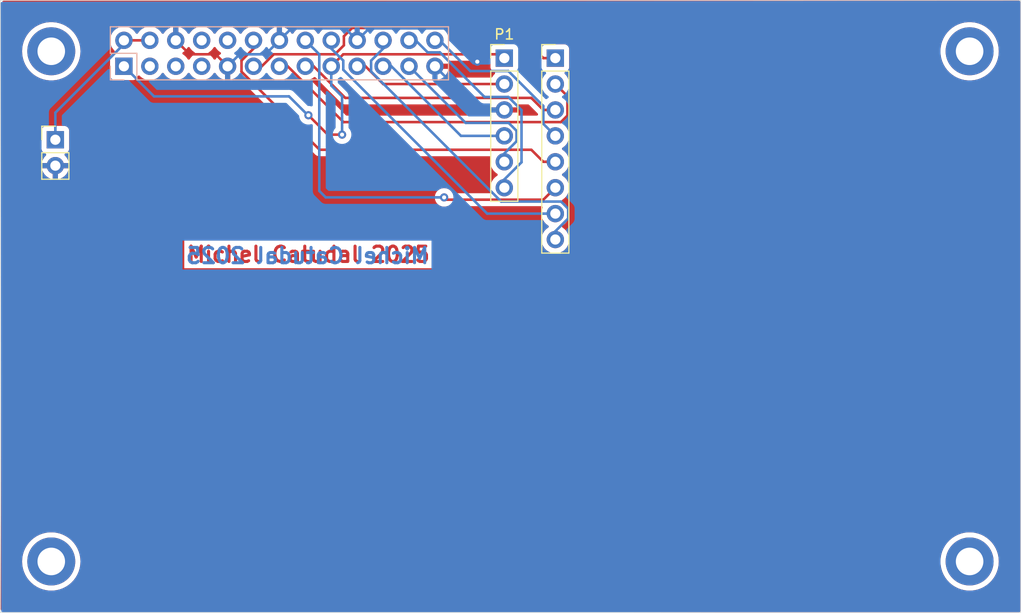
<source format=kicad_pcb>
(kicad_pcb (version 20240108) (generator "pcbnew") (generator_version "8.0")
  (title_block (date "2025-01-12"))
  (layers (0 "F.Cu" signal) (31 "B.Cu" signal) (34 "B.Paste" user) (35 "F.Paste" user) (36 "B.SilkS" user "B.Silkscreen") (37 "F.SilkS" user "F.Silkscreen") (38 "B.Mask" user) (39 "F.Mask" user) (44 "Edge.Cuts" user))
  (net 0 "")
  (net 1 "GND")
  (net 2 "+5V")
  (net 3 "+3.3V")
  (net 4 "/LCD_CS")
  (net 5 "Net-(P1-Pin_5)")
  (net 6 "/MOSI")
  (net 7 "/MISO")
  (net 8 "/KEY3")
  (net 9 "/KEY2")
  (net 10 "Net-(P2-Pin_8)")
  (net 11 "/TP_CS")
  (net 12 "/RST")
  (net 13 "/TP_IRQ")
  (net 14 "/LCD_RS")
  (net 15 "/KEY1")
  (footprint "MountingHole:MountingHole_2.7mm_M2.5_DIN965_Pad" (layer "F.Cu") (at 30 45)
    (property "Reference" "H1" (hide yes))
    (property "Value" "MountingHole" (hide yes))
    (pad "1" thru_hole circle (at 0 0) (size 4.7 4.7) (drill 2.7) (layers "*.Cu" "*.Mask"))
  )
  (footprint "MountingHole:MountingHole_2.7mm_M2.5_DIN965_Pad" (layer "F.Cu") (at 120 45)
    (property "Reference" "H2" (hide yes))
    (property "Value" "MountingHole" (hide yes))
    (pad "1" thru_hole circle (at 0 0) (size 4.7 4.7) (drill 2.7) (layers "*.Cu" "*.Mask"))
  )
  (footprint "MountingHole:MountingHole_2.7mm_M2.5_DIN965_Pad" (layer "F.Cu") (at 30 95)
    (property "Reference" "H3" (hide yes))
    (property "Value" "MountingHole" (hide yes))
    (pad "1" thru_hole circle (at 0 0) (size 4.7 4.7) (drill 2.7) (layers "*.Cu" "*.Mask"))
  )
  (footprint "MountingHole:MountingHole_2.7mm_M2.5_DIN965_Pad" (layer "F.Cu") (at 120 95)
    (property "Reference" "H4" (hide yes))
    (property "Value" "MountingHole" (hide yes))
    (pad "1" thru_hole circle (at 0 0) (size 4.7 4.7) (drill 2.7) (layers "*.Cu" "*.Mask"))
  )
  (footprint "Connector_PinHeader_2.54mm:PinHeader_1x06_P2.54mm_Vertical" (layer "F.Cu") (at 74.4 45.67)
    (property "Reference" "P1" (at 0 -2.33 0) (layer "F.SilkS"))
    (property "Value" "SPI Port")
    (fp_line (start -1.33 -1.33) (end 0 -1.33) (stroke (width 0.12)) (layer "F.SilkS"))
    (fp_line (start -1.33 0) (end -1.33 -1.33) (stroke (width 0.12)) (layer "F.SilkS"))
    (fp_line (start -1.33 1.27) (end -1.33 14.03) (stroke (width 0.12)) (layer "F.SilkS"))
    (fp_line (start -1.33 1.27) (end 1.33 1.27) (stroke (width 0.12)) (layer "F.SilkS"))
    (fp_line (start -1.33 14.03) (end 1.33 14.03) (stroke (width 0.12)) (layer "F.SilkS"))
    (fp_line (start 1.33 1.27) (end 1.33 14.03) (stroke (width 0.12)) (layer "F.SilkS"))
    (pad "1" thru_hole rect (at 0 0) (size 1.7 1.7) (drill 1) (layers "*.Cu" "*.Mask") (net 3 "+3.3V"))
    (pad "2" thru_hole oval (at 0 2.54) (size 1.7 1.7) (drill 1) (layers "*.Cu" "*.Mask") (net 6 "/MOSI"))
    (pad "3" thru_hole oval (at 0 5.08) (size 1.7 1.7) (drill 1) (layers "*.Cu" "*.Mask") (net 1 "GND"))
    (pad "4" thru_hole oval (at 0 7.62) (size 1.7 1.7) (drill 1) (layers "*.Cu" "*.Mask") (net 7 "/MISO"))
    (pad "5" thru_hole oval (at 0 10.16) (size 1.7 1.7) (drill 1) (layers "*.Cu" "*.Mask") (net 5 "Net-(P1-Pin_5)"))
    (pad "6" thru_hole oval (at 0 12.7) (size 1.7 1.7) (drill 1) (layers "*.Cu" "*.Mask") (net 4 "/LCD_CS"))
  )
  (footprint "Connector_PinHeader_2.54mm:PinHeader_1x02_P2.54mm_Vertical" (layer "F.Cu") (at 30.4 53.67)
    (property "Reference" "P4" (hide yes))
    (property "Value" "5V")
    (fp_line (start -1.33 -1.33) (end 0 -1.33) (stroke (width 0.12)) (layer "F.SilkS"))
    (fp_line (start -1.33 0) (end -1.33 -1.33) (stroke (width 0.12)) (layer "F.SilkS"))
    (fp_line (start -1.33 1.27) (end -1.33 3.87) (stroke (width 0.12)) (layer "F.SilkS"))
    (fp_line (start -1.33 1.27) (end 1.33 1.27) (stroke (width 0.12)) (layer "F.SilkS"))
    (fp_line (start -1.33 3.87) (end 1.33 3.87) (stroke (width 0.12)) (layer "F.SilkS"))
    (fp_line (start 1.33 1.27) (end 1.33 3.87) (stroke (width 0.12)) (layer "F.SilkS"))
    (pad "1" thru_hole rect (at 0 0) (size 1.7 1.7) (drill 1) (layers "*.Cu" "*.Mask") (net 2 "+5V"))
    (pad "2" thru_hole oval (at 0 2.54) (size 1.7 1.7) (drill 1) (layers "*.Cu" "*.Mask") (net 1 "GND"))
  )
  (footprint "Connector_PinHeader_2.54mm:PinHeader_1x08_P2.54mm_Vertical" (layer "F.Cu") (at 79.4 45.67)
    (property "Reference" "P2" (hide yes))
    (property "Value" "Controls")
    (fp_line (start -1.33 -1.33) (end 0 -1.33) (stroke (width 0.12)) (layer "F.SilkS"))
    (fp_line (start -1.33 0) (end -1.33 -1.33) (stroke (width 0.12)) (layer "F.SilkS"))
    (fp_line (start -1.33 1.27) (end -1.33 19.11) (stroke (width 0.12)) (layer "F.SilkS"))
    (fp_line (start -1.33 1.27) (end 1.33 1.27) (stroke (width 0.12)) (layer "F.SilkS"))
    (fp_line (start -1.33 19.11) (end 1.33 19.11) (stroke (width 0.12)) (layer "F.SilkS"))
    (fp_line (start 1.33 1.27) (end 1.33 19.11) (stroke (width 0.12)) (layer "F.SilkS"))
    (pad "1" thru_hole rect (at 0 0) (size 1.7 1.7) (drill 1) (layers "*.Cu" "*.Mask") (net 13 "/TP_IRQ"))
    (pad "2" thru_hole oval (at 0 2.54) (size 1.7 1.7) (drill 1) (layers "*.Cu" "*.Mask") (net 12 "/RST"))
    (pad "3" thru_hole oval (at 0 5.08) (size 1.7 1.7) (drill 1) (layers "*.Cu" "*.Mask") (net 14 "/LCD_RS"))
    (pad "4" thru_hole oval (at 0 7.62) (size 1.7 1.7) (drill 1) (layers "*.Cu" "*.Mask") (net 11 "/TP_CS"))
    (pad "5" thru_hole oval (at 0 10.16) (size 1.7 1.7) (drill 1) (layers "*.Cu" "*.Mask") (net 15 "/KEY1"))
    (pad "6" thru_hole oval (at 0 12.7) (size 1.7 1.7) (drill 1) (layers "*.Cu" "*.Mask") (net 9 "/KEY2"))
    (pad "7" thru_hole oval (at 0 15.24) (size 1.7 1.7) (drill 1) (layers "*.Cu" "*.Mask") (net 8 "/KEY3"))
    (pad "8" thru_hole oval (at 0 17.78) (size 1.7 1.7) (drill 1) (layers "*.Cu" "*.Mask") (net 10 "Net-(P2-Pin_8)"))
  )
  (footprint "Connector_PinSocket_2.54mm:PinSocket_2x13_P2.54mm_Vertical" (layer "B.Cu") (at 37.12 46.47 -90)
    (property "Reference" "P3" (hide yes))
    (property "Value" "RPI LCD")
    (fp_line (start -1.27 1.33) (end -3.87 1.33) (stroke (width 0.12)) (layer "B.SilkS"))
    (fp_line (start 1.33 1.33) (end 0 1.33) (stroke (width 0.12)) (layer "B.SilkS"))
    (fp_line (start 1.33 0) (end 1.33 1.33) (stroke (width 0.12)) (layer "B.SilkS"))
    (fp_line (start -1.27 -1.27) (end -1.27 1.33) (stroke (width 0.12)) (layer "B.SilkS"))
    (fp_line (start 1.33 -1.27) (end -1.27 -1.27) (stroke (width 0.12)) (layer "B.SilkS"))
    (fp_line (start -3.87 -31.81) (end -3.87 1.33) (stroke (width 0.12)) (layer "B.SilkS"))
    (fp_line (start 1.33 -31.81) (end 1.33 -1.27) (stroke (width 0.12)) (layer "B.SilkS"))
    (fp_line (start 1.33 -31.81) (end -3.87 -31.81) (stroke (width 0.12)) (layer "B.SilkS"))
    (pad "1" thru_hole rect (at 0 0 270) (size 1.7 1.7) (drill 1) (layers "*.Cu" "*.Mask") (net 3 "+3.3V"))
    (pad "2" thru_hole oval (at -2.54 0 270) (size 1.7 1.7) (drill 1) (layers "*.Cu" "*.Mask") (net 2 "+5V"))
    (pad "3" thru_hole oval (at 0 -2.54 270) (size 1.7 1.7) (drill 1) (layers "*.Cu" "*.Mask"))
    (pad "4" thru_hole oval (at -2.54 -2.54 270) (size 1.7 1.7) (drill 1) (layers "*.Cu" "*.Mask") (net 2 "+5V"))
    (pad "5" thru_hole oval (at 0 -5.08 270) (size 1.7 1.7) (drill 1) (layers "*.Cu" "*.Mask"))
    (pad "6" thru_hole oval (at -2.54 -5.08 270) (size 1.7 1.7) (drill 1) (layers "*.Cu" "*.Mask") (net 1 "GND"))
    (pad "7" thru_hole oval (at 0 -7.62 270) (size 1.7 1.7) (drill 1) (layers "*.Cu" "*.Mask"))
    (pad "8" thru_hole oval (at -2.54 -7.62 270) (size 1.7 1.7) (drill 1) (layers "*.Cu" "*.Mask"))
    (pad "9" thru_hole oval (at 0 -10.16 270) (size 1.7 1.7) (drill 1) (layers "*.Cu" "*.Mask") (net 1 "GND"))
    (pad "10" thru_hole oval (at -2.54 -10.16 270) (size 1.7 1.7) (drill 1) (layers "*.Cu" "*.Mask"))
    (pad "11" thru_hole oval (at 0 -12.7 270) (size 1.7 1.7) (drill 1) (layers "*.Cu" "*.Mask") (net 13 "/TP_IRQ"))
    (pad "12" thru_hole oval (at -2.54 -12.7 270) (size 1.7 1.7) (drill 1) (layers "*.Cu" "*.Mask") (net 15 "/KEY1"))
    (pad "13" thru_hole oval (at 0 -15.24 270) (size 1.7 1.7) (drill 1) (layers "*.Cu" "*.Mask") (net 12 "/RST"))
    (pad "14" thru_hole oval (at -2.54 -15.24 270) (size 1.7 1.7) (drill 1) (layers "*.Cu" "*.Mask") (net 1 "GND"))
    (pad "15" thru_hole oval (at 0 -17.78 270) (size 1.7 1.7) (drill 1) (layers "*.Cu" "*.Mask") (net 14 "/LCD_RS"))
    (pad "16" thru_hole oval (at -2.54 -17.78 270) (size 1.7 1.7) (drill 1) (layers "*.Cu" "*.Mask") (net 9 "/KEY2"))
    (pad "17" thru_hole oval (at 0 -20.32 270) (size 1.7 1.7) (drill 1) (layers "*.Cu" "*.Mask") (net 3 "+3.3V"))
    (pad "18" thru_hole oval (at -2.54 -20.32 270) (size 1.7 1.7) (drill 1) (layers "*.Cu" "*.Mask") (net 8 "/KEY3"))
    (pad "19" thru_hole oval (at 0 -22.86 270) (size 1.7 1.7) (drill 1) (layers "*.Cu" "*.Mask") (net 6 "/MOSI"))
    (pad "20" thru_hole oval (at -2.54 -22.86 270) (size 1.7 1.7) (drill 1) (layers "*.Cu" "*.Mask") (net 1 "GND"))
    (pad "21" thru_hole oval (at 0 -25.4 270) (size 1.7 1.7) (drill 1) (layers "*.Cu" "*.Mask") (net 7 "/MISO"))
    (pad "22" thru_hole oval (at -2.54 -25.4 270) (size 1.7 1.7) (drill 1) (layers "*.Cu" "*.Mask") (net 10 "Net-(P2-Pin_8)"))
    (pad "23" thru_hole oval (at 0 -27.94 270) (size 1.7 1.7) (drill 1) (layers "*.Cu" "*.Mask") (net 5 "Net-(P1-Pin_5)"))
    (pad "24" thru_hole oval (at -2.54 -27.94 270) (size 1.7 1.7) (drill 1) (layers "*.Cu" "*.Mask") (net 4 "/LCD_CS"))
    (pad "25" thru_hole oval (at 0 -30.48 270) (size 1.7 1.7) (drill 1) (layers "*.Cu" "*.Mask") (net 1 "GND"))
    (pad "26" thru_hole oval (at -2.54 -30.48 270) (size 1.7 1.7) (drill 1) (layers "*.Cu" "*.Mask") (net 11 "/TP_CS"))
  )
  (gr_line (start 25 40) (end 25 100) (stroke (width 0.05)) (layer "Edge.Cuts"))
  (gr_line (start 125 40) (end 125 100) (stroke (width 0.05)) (layer "Edge.Cuts"))
  (gr_line (start 25 40) (end 125 40) (stroke (width 0.05)) (layer "Edge.Cuts"))
  (gr_line (start 125 100) (end 25 100) (stroke (width 0.05)) (layer "Edge.Cuts"))
  (gr_text "Michel Catudal 2025" (at 55.2 64.92 0) (layer "F.Cu") (effects (font (size 1.5 1.5) (thickness 0.3))))
  (gr_text "Michel Catudal 2025\n" (at 55.1 65.045 0) (layer "B.Cu") (effects (font (size 1.5 1.5) (thickness 0.3)) (justify mirror)))
  (segment (start 43.565 45.295) (end 46.105 45.295) (width 0.25) (layer "F.Cu") (net 1))
  (segment (start 47.25 55.17) (end 47.28 55.14) (width 0.25) (layer "F.Cu") (net 1))
  (segment (start 71.3 46.47) (end 71.75 46.02) (width 0.25) (layer "F.Cu") (net 1))
  (segment (start 47.28 55.14) (end 47.28 46.47) (width 0.25) (layer "F.Cu") (net 1))
  (segment (start 46.31 56.21) (end 47.25 55.27) (width 0.25) (layer "F.Cu") (net 1))
  (segment (start 47.25 55.27) (end 47.25 55.17) (width 0.25) (layer "F.Cu") (net 1))
  (segment (start 46.105 45.295) (end 47.28 46.47) (width 0.25) (layer "F.Cu") (net 1))
  (segment (start 42.2 43.93) (end 43.565 45.295) (width 0.25) (layer "F.Cu") (net 1))
  (segment (start 30.4 56.21) (end 46.31 56.21) (width 0.25) (layer "F.Cu") (net 1))
  (segment (start 67.6 46.47) (end 71.3 46.47) (width 0.25) (layer "F.Cu") (net 1))
  (via (at 71.75 46.02) (size 0.8) (drill 0.4) (layers "F.Cu" "B.Cu") (net 1))
  (segment (start 69.435 42.755) (end 71.75 45.07) (width 0.25) (layer "B.Cu") (net 1))
  (segment (start 53.535 42.755) (end 58.805 42.755) (width 0.25) (layer "B.Cu") (net 1))
  (segment (start 61.155 42.755) (end 69.435 42.755) (width 0.25) (layer "B.Cu") (net 1))
  (segment (start 59.98 43.93) (end 61.155 42.755) (width 0.25) (layer "B.Cu") (net 1))
  (segment (start 58.805 42.755) (end 59.98 43.93) (width 0.25) (layer "B.Cu") (net 1))
  (segment (start 71.88 50.75) (end 74.4 50.75) (width 0.25) (layer "B.Cu") (net 1))
  (segment (start 71.75 45.07) (end 71.75 46.02) (width 0.25) (layer "B.Cu") (net 1))
  (segment (start 48.455 45.295) (end 50.995 45.295) (width 0.25) (layer "B.Cu") (net 1))
  (segment (start 67.6 46.47) (end 71.88 50.75) (width 0.25) (layer "B.Cu") (net 1))
  (segment (start 47.28 46.47) (end 48.455 45.295) (width 0.25) (layer "B.Cu") (net 1))
  (segment (start 50.995 45.295) (end 52.36 43.93) (width 0.25) (layer "B.Cu") (net 1))
  (segment (start 52.36 43.93) (end 53.535 42.755) (width 0.25) (layer "B.Cu") (net 1))
  (segment (start 39.66 43.93) (end 37.12 43.93) (width 0.25) (layer "F.Cu") (net 2))
  (segment (start 37.12 44.2977) (end 30.4 51.0177) (width 0.25) (layer "B.Cu") (net 2))
  (segment (start 30.4 51.0177) (end 30.4 53.67) (width 0.25) (layer "B.Cu") (net 2))
  (segment (start 37.12 43.93) (end 37.12 44.2977) (width 0.25) (layer "B.Cu") (net 2))
  (segment (start 55.2 51.27) (end 57.1 53.17) (width 0.25) (layer "F.Cu") (net 3))
  (segment (start 57.44 46.47) (end 58.615 45.295) (width 0.25) (layer "F.Cu") (net 3))
  (segment (start 58.615 45.295) (end 74.025 45.295) (width 0.25) (layer "F.Cu") (net 3))
  (segment (start 74.025 45.295) (end 74.4 45.67) (width 0.25) (layer "F.Cu") (net 3))
  (segment (start 57.1 53.17) (end 58.5 53.17) (width 0.25) (layer "F.Cu") (net 3))
  (via (at 55.2 51.27) (size 0.8) (drill 0.4) (layers "F.Cu" "B.Cu") (net 3))
  (via (at 58.5 53.17) (size 0.8) (drill 0.4) (layers "F.Cu" "B.Cu") (net 3))
  (segment (start 53.3 49.42) (end 55.15 51.27) (width 0.25) (layer "B.Cu") (net 3))
  (segment (start 58.5 53.17) (end 58.5 49.42) (width 0.25) (layer "B.Cu") (net 3))
  (segment (start 37.12 46.47) (end 40.07 49.42) (width 0.25) (layer "B.Cu") (net 3))
  (segment (start 57.44 48.36) (end 57.44 46.47) (width 0.25) (layer "B.Cu") (net 3))
  (segment (start 40.07 49.42) (end 53.3 49.42) (width 0.25) (layer "B.Cu") (net 3))
  (segment (start 55.15 51.27) (end 55.2 51.27) (width 0.25) (layer "B.Cu") (net 3))
  (segment (start 58.5 49.42) (end 57.44 48.36) (width 0.25) (layer "B.Cu") (net 3))
  (segment (start 65.71 43.93) (end 66.8867 45.1067) (width 0.25) (layer "B.Cu") (net 4))
  (segment (start 65.06 43.93) (end 65.71 43.93) (width 0.25) (layer "B.Cu") (net 4))
  (segment (start 66.8867 45.1067) (end 68.0867 45.1067) (width 0.25) (layer "B.Cu") (net 4))
  (segment (start 74.7983 49.48) (end 76.0862 50.7679) (width 0.25) (layer "B.Cu") (net 4))
  (segment (start 72.46 49.48) (end 74.7983 49.48) (width 0.25) (layer "B.Cu") (net 4))
  (segment (start 76.0862 50.7679) (end 76.0862 55.8748) (width 0.25) (layer "B.Cu") (net 4))
  (segment (start 76.0862 55.8748) (end 74.4 57.561) (width 0.25) (layer "B.Cu") (net 4))
  (segment (start 68.0867 45.1067) (end 72.46 49.48) (width 0.25) (layer "B.Cu") (net 4))
  (segment (start 74.4 57.561) (end 74.4 58.37) (width 0.25) (layer "B.Cu") (net 4))
  (segment (start 74.8256 52.02) (end 75.598 52.7924) (width 0.25) (layer "B.Cu") (net 5))
  (segment (start 75.598 53.823) (end 74.4 55.021) (width 0.25) (layer "B.Cu") (net 5))
  (segment (start 70.61 52.02) (end 74.8256 52.02) (width 0.25) (layer "B.Cu") (net 5))
  (segment (start 75.598 52.7924) (end 75.598 53.823) (width 0.25) (layer "B.Cu") (net 5))
  (segment (start 65.06 46.47) (end 70.61 52.02) (width 0.25) (layer "B.Cu") (net 5))
  (segment (start 74.4 55.021) (end 74.4 55.83) (width 0.25) (layer "B.Cu") (net 5))
  (segment (start 60.789 46.47) (end 59.98 46.47) (width 0.25) (layer "F.Cu") (net 6))
  (segment (start 62.529 48.21) (end 60.789 46.47) (width 0.25) (layer "F.Cu") (net 6))
  (segment (start 74.4 48.21) (end 62.529 48.21) (width 0.25) (layer "F.Cu") (net 6))
  (segment (start 70.149 53.29) (end 63.329 46.47) (width 0.25) (layer "B.Cu") (net 7))
  (segment (start 74.4 53.29) (end 70.149 53.29) (width 0.25) (layer "B.Cu") (net 7))
  (segment (start 63.329 46.47) (end 62.52 46.47) (width 0.25) (layer "B.Cu") (net 7))
  (segment (start 58.6167 45.9156) (end 58.6167 46.8111) (width 0.25) (layer "B.Cu") (net 8))
  (segment (start 58.6167 46.8111) (end 72.7156 60.91) (width 0.25) (layer "B.Cu") (net 8))
  (segment (start 72.7156 60.91) (end 79.4 60.91) (width 0.25) (layer "B.Cu") (net 8))
  (segment (start 57.44 43.93) (end 57.44 44.7389) (width 0.25) (layer "B.Cu") (net 8))
  (segment (start 57.44 44.7389) (end 58.6167 45.9156) (width 0.25) (layer "B.Cu") (net 8))
  (segment (start 78.225 59.545) (end 79.4 58.37) (width 0.25) (layer "F.Cu") (net 9))
  (segment (start 68.725 59.545) (end 78.225 59.545) (width 0.25) (layer "F.Cu") (net 9))
  (segment (start 68.5 59.32) (end 68.725 59.545) (width 0.25) (layer "F.Cu") (net 9))
  (via (at 68.5 59.32) (size 0.8) (drill 0.4) (layers "F.Cu" "B.Cu") (net 9))
  (segment (start 56.265 58.685) (end 56.9 59.32) (width 0.25) (layer "B.Cu") (net 9))
  (segment (start 54.9 43.93) (end 56.265 45.295) (width 0.25) (layer "B.Cu") (net 9))
  (segment (start 56.9 59.32) (end 68.5 59.32) (width 0.25) (layer "B.Cu") (net 9))
  (segment (start 56.265 45.295) (end 56.265 58.685) (width 0.25) (layer "B.Cu") (net 9))
  (segment (start 61.3433 45.9156) (end 62.52 44.7389) (width 0.25) (layer "B.Cu") (net 10))
  (segment (start 79.4 62.641) (end 80.6563 61.3847) (width 0.25) (layer "B.Cu") (net 10))
  (segment (start 79.9607 59.7292) (end 74.0938 59.7292) (width 0.25) (layer "B.Cu") (net 10))
  (segment (start 80.6563 60.4248) (end 79.9607 59.7292) (width 0.25) (layer "B.Cu") (net 10))
  (segment (start 61.3433 46.9787) (end 61.3433 45.9156) (width 0.25) (layer "B.Cu") (net 10))
  (segment (start 74.0938 59.7292) (end 61.3433 46.9787) (width 0.25) (layer "B.Cu") (net 10))
  (segment (start 80.6563 61.3847) (end 80.6563 60.4248) (width 0.25) (layer "B.Cu") (net 10))
  (segment (start 62.52 44.7389) (end 62.52 43.93) (width 0.25) (layer "B.Cu") (net 10))
  (segment (start 79.4 63.45) (end 79.4 62.641) (width 0.25) (layer "B.Cu") (net 10))
  (segment (start 71.0699 46.9399) (end 74.7989 46.9399) (width 0.25) (layer "B.Cu") (net 11))
  (segment (start 74.7989 46.9399) (end 78.2233 50.3643) (width 0.25) (layer "B.Cu") (net 11))
  (segment (start 67.6 43.93) (end 68.06 43.93) (width 0.25) (layer "B.Cu") (net 11))
  (segment (start 78.2233 52.1133) (end 79.4 53.29) (width 0.25) (layer "B.Cu") (net 11))
  (segment (start 68.06 43.93) (end 71.0699 46.9399) (width 0.25) (layer "B.Cu") (net 11))
  (segment (start 78.2233 50.3643) (end 78.2233 52.1133) (width 0.25) (layer "B.Cu") (net 11))
  (segment (start 58.6407 51.9417) (end 53.169 46.47) (width 0.25) (layer "F.Cu") (net 12))
  (segment (start 80.5842 49.3942) (end 80.5842 51.3) (width 0.25) (layer "F.Cu") (net 12))
  (segment (start 53.169 46.47) (end 52.36 46.47) (width 0.25) (layer "F.Cu") (net 12))
  (segment (start 79.9425 51.9417) (end 58.6407 51.9417) (width 0.25) (layer "F.Cu") (net 12))
  (segment (start 80.5842 51.3) (end 79.9425 51.9417) (width 0.25) (layer "F.Cu") (net 12))
  (segment (start 79.4 48.21) (end 80.5842 49.3942) (width 0.25) (layer "F.Cu") (net 12))
  (segment (start 58.6771 44.416) (end 57.7998 45.2933) (width 0.25) (layer "F.Cu") (net 13))
  (segment (start 78.2233 45.67) (end 75.2728 42.7195) (width 0.25) (layer "F.Cu") (net 13))
  (segment (start 79.4 45.67) (end 78.2233 45.67) (width 0.25) (layer "F.Cu") (net 13))
  (segment (start 75.2728 42.7195) (end 59.4875 42.7195) (width 0.25) (layer "F.Cu") (net 13))
  (segment (start 51.8056 45.2933) (end 50.6289 46.47) (width 0.25) (layer "F.Cu") (net 13))
  (segment (start 50.6289 46.47) (end 49.82 46.47) (width 0.25) (layer "F.Cu") (net 13))
  (segment (start 58.6771 43.5299) (end 58.6771 44.416) (width 0.25) (layer "F.Cu") (net 13))
  (segment (start 59.4875 42.7195) (end 58.6771 43.5299) (width 0.25) (layer "F.Cu") (net 13))
  (segment (start 57.7998 45.2933) (end 51.8056 45.2933) (width 0.25) (layer "F.Cu") (net 13))
  (segment (start 55.709 46.47) (end 54.9 46.47) (width 0.25) (layer "F.Cu") (net 14))
  (segment (start 78.2233 50.75) (end 77.0451 49.5718) (width 0.25) (layer "F.Cu") (net 14))
  (segment (start 79.4 50.75) (end 78.2233 50.75) (width 0.25) (layer "F.Cu") (net 14))
  (segment (start 58.8108 49.5718) (end 55.709 46.47) (width 0.25) (layer "F.Cu") (net 14))
  (segment (start 77.0451 49.5718) (end 58.8108 49.5718) (width 0.25) (layer "F.Cu") (net 14))
  (segment (start 78.2233 55.83) (end 77.0466 54.6533) (width 0.25) (layer "F.Cu") (net 15))
  (segment (start 79.4 55.83) (end 78.2233 55.83) (width 0.25) (layer "F.Cu") (net 15))
  (segment (start 49.82 44.7389) (end 49.82 43.93) (width 0.25) (layer "F.Cu") (net 15))
  (segment (start 48.6433 46.9988) (end 48.6433 45.9156) (width 0.25) (layer "F.Cu") (net 15))
  (segment (start 48.6433 45.9156) (end 49.82 44.7389) (width 0.25) (layer "F.Cu") (net 15))
  (segment (start 56.2978 54.6533) (end 48.6433 46.9988) (width 0.25) (layer "F.Cu") (net 15))
  (segment (start 77.0466 54.6533) (end 56.2978 54.6533) (width 0.25) (layer "F.Cu") (net 15))
  (zone (net 1) (net_name "GND") (layer "F.Cu") (connect_pads (clearance 0.508)) (min_thickness 0.254) (fill yes (thermal_gap 0.508) (thermal_bridge_width 0.508))
    (polygon (pts (xy 125.35 100.05) (xy 25.05 99.8) (xy 25.2 40.05) (xy 125.1 40.05)))
  )
  (zone (net 1) (net_name "GND") (layer "B.Cu") (connect_pads (clearance 0.508)) (min_thickness 0.254) (fill yes (thermal_gap 0.508) (thermal_bridge_width 0.508))
    (polygon (pts (xy 125.15 100.05) (xy 25.1 100.05) (xy 25.05 40.15) (xy 125 40.05)))
  )
)
</source>
